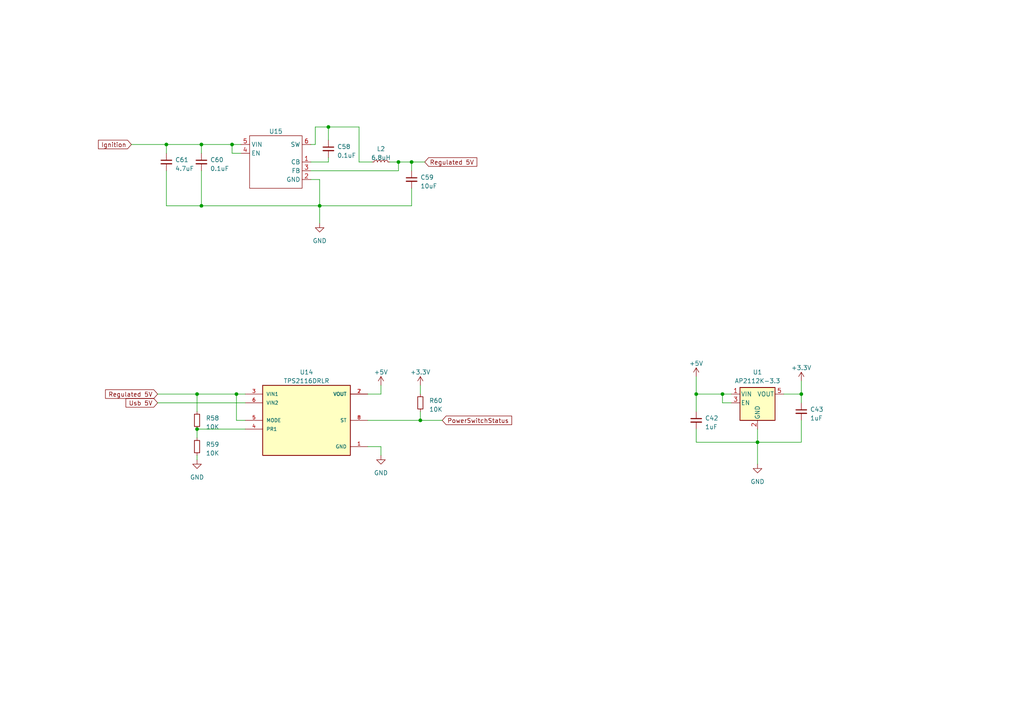
<source format=kicad_sch>
(kicad_sch (version 20230121) (generator eeschema)
  (paper "A4")
  (lib_symbols
    (symbol "Device:C_Small" (pin_numbers hide) (pin_names (offset 0.254) hide)
      (property "Reference" "C" (at 0.254 1.778 0))
      (property "Value" "C_Small" (at 0.254 -2.032 0))
      (symbol "C_Small_0_1"
        (polyline (pts (xy -1.524 -0.508) (xy 1.524 -0.508)) (stroke (width 0.3302)))
        (polyline (pts (xy -1.524 0.508) (xy 1.524 0.508)) (stroke (width 0.3048)))
      )
      (symbol "C_Small_1_1"
        (pin passive line (at 0 2.54 270) (length 2.032) (name "~") (number "1"))
        (pin passive line (at 0 -2.54 90) (length 2.032) (name "~") (number "2"))
      )
    )
    (symbol "Device:L_Small" (pin_numbers hide) (pin_names (offset 0.254) hide)
      (property "Reference" "L" (at 0.762 1.016 0))
      (property "Value" "L_Small" (at 0.762 -1.016 0))
      (symbol "L_Small_0_1"
        (arc (start 0 -2.032) (mid 0.5058 -1.524) (end 0 -1.016))
        (arc (start 0 -1.016) (mid 0.5058 -0.508) (end 0 0))
        (arc (start 0 0) (mid 0.5058 0.508) (end 0 1.016))
        (arc (start 0 1.016) (mid 0.5058 1.524) (end 0 2.032))
      )
      (symbol "L_Small_1_1"
        (pin passive line (at 0 2.54 270) (length 0.508) (name "~") (number "1"))
        (pin passive line (at 0 -2.54 90) (length 0.508) (name "~") (number "2"))
      )
    )
    (symbol "Device:R_Small" (pin_numbers hide) (pin_names (offset 0.254) hide)
      (property "Reference" "R" (at 0.762 0.508 0))
      (property "Value" "R_Small" (at 0.762 -1.016 0))
      (symbol "R_Small_0_1"
        (rectangle (start -0.762 1.778) (end 0.762 -1.778) (stroke (width 0.2032)))
      )
      (symbol "R_Small_1_1"
        (pin passive line (at 0 2.54 270) (length 0.762) (name "~") (number "1"))
        (pin passive line (at 0 -2.54 90) (length 0.762) (name "~") (number "2"))
      )
    )
    (symbol "MyLibrary:LMR50410Y5FQDBVRQ1_"
      (property "Reference" "U" (at 0 0 0))
      (symbol "LMR50410Y5FQDBVRQ1__0_1"
        (rectangle (start -7.62 6.35) (end 7.62 -8.89))
      )
      (symbol "LMR50410Y5FQDBVRQ1__1_1"
        (pin input line (at 10.16 -1.27 180) (length 2.54) (name "CB") (number "1"))
        (pin input line (at 10.16 -6.35 180) (length 2.54) (name "GND") (number "2"))
        (pin input line (at 10.16 -3.81 180) (length 2.54) (name "FB") (number "3"))
        (pin input line (at -10.16 1.27 0) (length 2.54) (name "EN") (number "4"))
        (pin input line (at -10.16 3.81 0) (length 2.54) (name "VIN") (number "5"))
        (pin input line (at 10.16 3.81 180) (length 2.54) (name "SW") (number "6"))
      )
    )
    (symbol "MyLibrary:TPS2116DRLR" (pin_names (offset 1.016))
      (property "Reference" "U" (at -12.7 11.049 0))
      (property "Value" "TPS2116DRLR" (at -12.7 -12.7 0))
      (symbol "TPS2116DRLR_0_0"
        (rectangle (start -12.7 -10.16) (end 12.7 10.16) (stroke (width 0.254)) (fill (type background)))
        (pin power_in line (at 17.78 -7.62 180) (length 5.08) (name "GND") (number "1"))
        (pin output line (at 17.78 7.62 180) (length 5.08) (name "VOUT") (number "2"))
        (pin input line (at -17.78 7.62 0) (length 5.08) (name "VIN1") (number "3"))
        (pin input line (at -17.78 -2.54 0) (length 5.08) (name "PR1") (number "4"))
        (pin input line (at -17.78 0 0) (length 5.08) (name "MODE") (number "5"))
        (pin input line (at -17.78 5.08 0) (length 5.08) (name "VIN2") (number "6"))
        (pin output line (at 17.78 7.62 180) (length 5.08) (name "VOUT") (number "7"))
        (pin output line (at 17.78 0 180) (length 5.08) (name "ST") (number "8"))
      )
    )
    (symbol "Regulator_Linear:AP2112K-3.3" (pin_names (offset 0.254))
      (property "Reference" "U" (at -5.08 5.715 0))
      (property "Value" "AP2112K-3.3" (at 0 5.715 0))
      (symbol "AP2112K-3.3_0_1"
        (rectangle (start -5.08 4.445) (end 5.08 -5.08) (stroke (width 0.254)) (fill (type background)))
      )
      (symbol "AP2112K-3.3_1_1"
        (pin power_in line (at -7.62 2.54 0) (length 2.54) (name "VIN") (number "1"))
        (pin power_in line (at 0 -7.62 90) (length 2.54) (name "GND") (number "2"))
        (pin input line (at -7.62 0 0) (length 2.54) (name "EN") (number "3"))
        (pin no_connect line (at 5.08 0 180) (length 2.54) hide (name "NC") (number "4"))
        (pin power_out line (at 7.62 2.54 180) (length 2.54) (name "VOUT") (number "5"))
      )
    )
    (symbol "power:+3.3V" (power) (pin_names (offset 0))
      (property "Value" "+3.3V" (at 0 3.556 0))
      (symbol "+3.3V_0_1"
        (polyline (pts (xy -0.762 1.27) (xy 0 2.54)))
        (polyline (pts (xy 0 0) (xy 0 2.54)))
        (polyline (pts (xy 0 2.54) (xy 0.762 1.27)))
      )
      (symbol "+3.3V_1_1"
        (pin power_in line (at 0 0 90) (length 0) hide (name "+3.3V") (number "1"))
      )
    )
    (symbol "power:+5V" (power) (pin_names (offset 0))
      (property "Value" "+5V" (at 0 3.556 0))
      (symbol "+5V_0_1"
        (polyline (pts (xy -0.762 1.27) (xy 0 2.54)))
        (polyline (pts (xy 0 0) (xy 0 2.54)))
        (polyline (pts (xy 0 2.54) (xy 0.762 1.27)))
      )
      (symbol "+5V_1_1"
        (pin power_in line (at 0 0 90) (length 0) hide (name "+5V") (number "1"))
      )
    )
    (symbol "power:GND" (power) (pin_names (offset 0))
      (property "Value" "GND" (at 0 -3.81 0))
      (symbol "GND_0_1"
        (polyline (pts (xy 0 0) (xy 0 -1.27) (xy 1.27 -1.27) (xy 0 -2.54) (xy -1.27 -1.27) (xy 0 -1.27)))
      )
      (symbol "GND_1_1"
        (pin power_in line (at 0 0 270) (length 0) hide (name "GND") (number "1"))
      )
    )
  )
  (junction (at 121.92 121.92))
  (junction (at 58.42 59.69))
  (junction (at 201.93 114.3))
  (junction (at 209.55 114.3))
  (junction (at 67.31 41.91))
  (junction (at 219.71 128.27))
  (junction (at 58.42 41.91))
  (junction (at 232.41 114.3))
  (junction (at 119.38 46.99))
  (junction (at 92.71 59.69))
  (junction (at 48.26 41.91))
  (junction (at 115.57 46.99))
  (junction (at 95.25 36.83))
  (junction (at 68.58 114.3))
  (junction (at 57.15 124.46))
  (junction (at 57.15 114.3))
  (wire (pts (xy 104.14 46.99) (xy 107.95 46.99)))
  (wire (pts (xy 57.15 114.3) (xy 57.15 119.38)))
  (wire (pts (xy 48.26 41.91) (xy 48.26 44.45)))
  (wire (pts (xy 209.55 114.3) (xy 212.09 114.3)))
  (wire (pts (xy 201.93 124.46) (xy 201.93 128.27)))
  (wire (pts (xy 58.42 41.91) (xy 67.31 41.91)))
  (wire (pts (xy 115.57 46.99) (xy 115.57 49.53)))
  (wire (pts (xy 92.71 59.69) (xy 92.71 64.77)))
  (wire (pts (xy 115.57 46.99) (xy 119.38 46.99)))
  (wire (pts (xy 58.42 41.91) (xy 58.42 44.45)))
  (wire (pts (xy 90.17 41.91) (xy 91.44 41.91)))
  (wire (pts (xy 45.72 114.3) (xy 57.15 114.3)))
  (wire (pts (xy 68.58 121.92) (xy 68.58 114.3)))
  (wire (pts (xy 67.31 44.45) (xy 67.31 41.91)))
  (wire (pts (xy 119.38 59.69) (xy 92.71 59.69)))
  (wire (pts (xy 201.93 114.3) (xy 201.93 119.38)))
  (wire (pts (xy 110.49 129.54) (xy 110.49 132.08)))
  (wire (pts (xy 121.92 119.38) (xy 121.92 121.92)))
  (wire (pts (xy 104.14 36.83) (xy 104.14 46.99)))
  (wire (pts (xy 219.71 128.27) (xy 219.71 134.62)))
  (wire (pts (xy 121.92 121.92) (xy 128.27 121.92)))
  (wire (pts (xy 91.44 41.91) (xy 91.44 36.83)))
  (wire (pts (xy 95.25 36.83) (xy 95.25 40.64)))
  (wire (pts (xy 67.31 41.91) (xy 69.85 41.91)))
  (wire (pts (xy 57.15 114.3) (xy 68.58 114.3)))
  (wire (pts (xy 57.15 124.46) (xy 71.12 124.46)))
  (wire (pts (xy 92.71 52.07) (xy 92.71 59.69)))
  (wire (pts (xy 115.57 49.53) (xy 90.17 49.53)))
  (wire (pts (xy 119.38 46.99) (xy 119.38 49.53)))
  (wire (pts (xy 95.25 36.83) (xy 104.14 36.83)))
  (wire (pts (xy 106.68 114.3) (xy 110.49 114.3)))
  (wire (pts (xy 201.93 109.22) (xy 201.93 114.3)))
  (wire (pts (xy 58.42 49.53) (xy 58.42 59.69)))
  (wire (pts (xy 232.41 114.3) (xy 232.41 110.49)))
  (wire (pts (xy 119.38 54.61) (xy 119.38 59.69)))
  (wire (pts (xy 113.03 46.99) (xy 115.57 46.99)))
  (wire (pts (xy 201.93 114.3) (xy 209.55 114.3)))
  (wire (pts (xy 38.1 41.91) (xy 48.26 41.91)))
  (wire (pts (xy 232.41 121.92) (xy 232.41 128.27)))
  (wire (pts (xy 119.38 46.99) (xy 123.19 46.99)))
  (wire (pts (xy 232.41 114.3) (xy 232.41 116.84)))
  (wire (pts (xy 57.15 132.08) (xy 57.15 133.35)))
  (wire (pts (xy 227.33 114.3) (xy 232.41 114.3)))
  (wire (pts (xy 45.72 116.84) (xy 71.12 116.84)))
  (wire (pts (xy 71.12 121.92) (xy 68.58 121.92)))
  (wire (pts (xy 121.92 111.76) (xy 121.92 114.3)))
  (wire (pts (xy 48.26 49.53) (xy 48.26 59.69)))
  (wire (pts (xy 219.71 124.46) (xy 219.71 128.27)))
  (wire (pts (xy 201.93 128.27) (xy 219.71 128.27)))
  (wire (pts (xy 106.68 121.92) (xy 121.92 121.92)))
  (wire (pts (xy 48.26 59.69) (xy 58.42 59.69)))
  (wire (pts (xy 48.26 41.91) (xy 58.42 41.91)))
  (wire (pts (xy 91.44 36.83) (xy 95.25 36.83)))
  (wire (pts (xy 90.17 46.99) (xy 95.25 46.99)))
  (wire (pts (xy 106.68 129.54) (xy 110.49 129.54)))
  (wire (pts (xy 110.49 114.3) (xy 110.49 111.76)))
  (wire (pts (xy 90.17 52.07) (xy 92.71 52.07)))
  (wire (pts (xy 209.55 116.84) (xy 209.55 114.3)))
  (wire (pts (xy 57.15 124.46) (xy 57.15 127)))
  (wire (pts (xy 68.58 114.3) (xy 71.12 114.3)))
  (wire (pts (xy 58.42 59.69) (xy 92.71 59.69)))
  (wire (pts (xy 212.09 116.84) (xy 209.55 116.84)))
  (wire (pts (xy 219.71 128.27) (xy 232.41 128.27)))
  (wire (pts (xy 95.25 46.99) (xy 95.25 45.72)))
  (wire (pts (xy 69.85 44.45) (xy 67.31 44.45)))
  (global_label "Usb 5V" (shape input) (at 45.72 116.84 180) (property "Intersheetrefs" "${INTERSHEET_REFS}" (effects hide)))
  (global_label "PowerSwitchStatus" (shape input) (at 128.27 121.92 0) (property "Intersheetrefs" "${INTERSHEET_REFS}" (effects hide)))
  (global_label "Ignition" (shape input) (at 38.1 41.91 180) (property "Intersheetrefs" "${INTERSHEET_REFS}" (effects hide)))
  (global_label "Regulated 5V" (shape input) (at 45.72 114.3 180) (property "Intersheetrefs" "${INTERSHEET_REFS}" (effects hide)))
  (global_label "Regulated 5V" (shape input) (at 123.19 46.99 0) (property "Intersheetrefs" "${INTERSHEET_REFS}" (effects hide)))
  (symbol (lib_id "MyLibrary:TPS2116DRLR") (at 88.9 121.92 0) (unit 1)
    (property "Reference" "U14" (at 88.9 107.95 0))
    (property "Value" "TPS2116DRLR" (at 88.9 110.49 0))
    (property "Footprint" "MyKiCadLibraries:SOTFL50P160X60-8N" (effects hide))
    (property "PARTREV" "A" (effects hide))
    (property "STANDARD" "IPC 7351B" (effects hide))
    (property "MAXIMUM_PACKAGE_HEIGHT" "0.6 mm" (effects hide))
    (property "MANUFACTURER" "Texas Instruments" (effects hide))
    (instances (project "Power Module Rev 5" (path "" (reference "U14") (unit 1))) (project "Brytec_InputModuleRev2" (path "" (reference "U7") (unit 1))))
  )
  (symbol (lib_id "Device:C_Small") (at 201.93 121.92 0) (unit 1)
    (property "Reference" "C42" (at 204.47 121.2913 0) (effects (justify left)))
    (property "Value" "1uF" (at 204.47 123.8313 0) (effects (justify left)))
    (property "Footprint" "Capacitor_SMD:C_0603_1608Metric_Pad1.08x0.95mm_HandSolder" (effects hide))
    (instances (project "Power Module Rev 5" (path "" (reference "C42") (unit 1))) (project "Brytec_InputModuleRev2" (path "" (reference "C41") (unit 1))))
  )
  (symbol (lib_id "Device:L_Small") (at 110.49 46.99 90) (unit 1)
    (property "Reference" "L2" (at 110.49 43.18 90))
    (property "Value" "6.8uH" (at 110.49 45.72 90))
    (property "Footprint" "Inductor_SMD_Wurth:L_Wurth_WE-LQSH-4020" (effects hide))
    (instances (project "Power Module Rev 5" (path "" (reference "L2") (unit 1))) (project "Brytec_InputModuleRev2" (path "" (reference "L1") (unit 1))))
  )
  (symbol (lib_id "power:+3.3V") (at 232.41 110.49 0) (unit 1)
    (property "Reference" "#PWR039" (effects hide))
    (property "Value" "+3.3V" (at 232.41 106.68 0))
    (instances (project "Power Module Rev 5" (path "" (reference "#PWR039") (unit 1)) (path "" (reference "#PWR065") (unit 1))) (project "Brytec_InputModuleRev2" (path "" (reference "#PWR054") (unit 1))))
  )
  (symbol (lib_id "Regulator_Linear:AP2112K-3.3") (at 219.71 116.84 0) (unit 1)
    (property "Reference" "U1" (at 219.71 107.95 0))
    (property "Value" "AP2112K-3.3" (at 219.71 110.49 0))
    (property "Footprint" "Package_TO_SOT_SMD:SOT-23-5" (effects hide))
    (property "Datasheet" "https://www.diodes.com/assets/Datasheets/AP2112.pdf" (effects hide))
    (instances (project "Power Module Rev 5" (path "" (reference "U1") (unit 1))) (project "Brytec_InputModuleRev2" (path "" (reference "U8") (unit 1))))
  )
  (symbol (lib_id "Device:C_Small") (at 48.26 46.99 0) (unit 1)
    (property "Reference" "C61" (at 50.8 46.3613 0) (effects (justify left)))
    (property "Value" "4.7uF" (at 50.8 48.9013 0) (effects (justify left)))
    (property "Footprint" "Capacitor_SMD:C_0805_2012Metric_Pad1.18x1.45mm_HandSolder" (effects hide))
    (instances (project "Power Module Rev 5" (path "" (reference "C61") (unit 1))) (project "Brytec_InputModuleRev2" (path "" (reference "C37") (unit 1))))
  )
  (symbol (lib_id "Device:C_Small") (at 58.42 46.99 0) (unit 1)
    (property "Reference" "C60" (at 60.96 46.3613 0) (effects (justify left)))
    (property "Value" "0.1uF" (at 60.96 48.9013 0) (effects (justify left)))
    (property "Footprint" "Capacitor_SMD:C_0805_2012Metric_Pad1.18x1.45mm_HandSolder" (effects hide))
    (instances (project "Power Module Rev 5" (path "" (reference "C60") (unit 1))) (project "Brytec_InputModuleRev2" (path "" (reference "C38") (unit 1))))
  )
  (symbol (lib_id "power:GND") (at 219.71 134.62 0) (unit 1)
    (property "Reference" "#PWR044" (effects hide))
    (property "Value" "GND" (at 219.71 139.7 0))
    (instances (project "Power Module Rev 5" (path "" (reference "#PWR044") (unit 1)) (path "" (reference "#PWR066") (unit 1))) (project "Brytec_InputModuleRev2" (path "" (reference "#PWR053") (unit 1))))
  )
  (symbol (lib_id "Device:R_Small") (at 57.15 121.92 0) (unit 1)
    (property "Reference" "R58" (at 59.69 121.285 0) (effects (justify left)))
    (property "Value" "10K" (at 59.69 123.825 0) (effects (justify left)))
    (property "Footprint" "Resistor_SMD:R_0603_1608Metric_Pad0.98x0.95mm_HandSolder" (effects hide))
    (instances (project "Power Module Rev 5" (path "" (reference "R58") (unit 1))) (project "Brytec_InputModuleRev2" (path "" (reference "R15") (unit 1))))
  )
  (symbol (lib_id "MyLibrary:LMR50410Y5FQDBVRQ1_") (at 80.01 45.72 0) (unit 1)
    (property "Reference" "U15" (at 80.01 38.1 0))
    (property "Value" "LMR50410Y5FQDBVRQ1" (effects hide))
    (property "Footprint" "Package_TO_SOT_SMD:SOT-23-6_Handsoldering" (effects hide))
    (instances (project "Power Module Rev 5" (path "" (reference "U15") (unit 1))) (project "Brytec_InputModuleRev2" (path "" (reference "U6") (unit 1))))
  )
  (symbol (lib_id "Device:C_Small") (at 232.41 119.38 0) (unit 1)
    (property "Reference" "C43" (at 234.95 118.7513 0) (effects (justify left)))
    (property "Value" "1uF" (at 234.95 121.2913 0) (effects (justify left)))
    (property "Footprint" "Capacitor_SMD:C_0603_1608Metric_Pad1.08x0.95mm_HandSolder" (effects hide))
    (instances (project "Power Module Rev 5" (path "" (reference "C43") (unit 1))) (project "Brytec_InputModuleRev2" (path "" (reference "C42") (unit 1))))
  )
  (symbol (lib_id "Device:R_Small") (at 57.15 129.54 0) (unit 1)
    (property "Reference" "R59" (at 59.69 128.905 0) (effects (justify left)))
    (property "Value" "10K" (at 59.69 131.445 0) (effects (justify left)))
    (property "Footprint" "Resistor_SMD:R_0603_1608Metric_Pad0.98x0.95mm_HandSolder" (effects hide))
    (instances (project "Power Module Rev 5" (path "" (reference "R59") (unit 1))) (project "Brytec_InputModuleRev2" (path "" (reference "R16") (unit 1))))
  )
  (symbol (lib_id "Device:C_Small") (at 119.38 52.07 0) (unit 1)
    (property "Reference" "C59" (at 121.92 51.4413 0) (effects (justify left)))
    (property "Value" "10uF" (at 121.92 53.9813 0) (effects (justify left)))
    (property "Footprint" "Capacitor_SMD:C_0805_2012Metric_Pad1.18x1.45mm_HandSolder" (effects hide))
    (instances (project "Power Module Rev 5" (path "" (reference "C59") (unit 1))) (project "Brytec_InputModuleRev2" (path "" (reference "C40") (unit 1))))
  )
  (symbol (lib_id "Device:R_Small") (at 121.92 116.84 0) (unit 1)
    (property "Reference" "R60" (at 124.46 116.205 0) (effects (justify left)))
    (property "Value" "10K" (at 124.46 118.745 0) (effects (justify left)))
    (property "Footprint" "Resistor_SMD:R_0603_1608Metric_Pad0.98x0.95mm_HandSolder" (effects hide))
    (instances (project "Power Module Rev 5" (path "" (reference "R60") (unit 1))) (project "Brytec_InputModuleRev2" (path "" (reference "R17") (unit 1))))
  )
  (symbol (lib_id "power:GND") (at 57.15 133.35 0) (unit 1)
    (property "Reference" "#PWR044" (effects hide))
    (property "Value" "GND" (at 57.15 138.43 0))
    (instances (project "Power Module Rev 5" (path "" (reference "#PWR044") (unit 1)) (path "" (reference "#PWR062") (unit 1))) (project "Brytec_InputModuleRev2" (path "" (reference "#PWR047") (unit 1))))
  )
  (symbol (lib_id "power:+5V") (at 110.49 111.76 0) (unit 1)
    (property "Reference" "#PWR017" (effects hide))
    (property "Value" "+5V" (at 110.49 107.95 0))
    (instances (project "Power Module Rev 5" (path "" (reference "#PWR017") (unit 1)) (path "" (reference "#PWR060") (unit 1))) (project "Brytec_InputModuleRev2" (path "" (reference "#PWR049") (unit 1))))
  )
  (symbol (lib_id "power:+5V") (at 201.93 109.22 0) (unit 1)
    (property "Reference" "#PWR017" (effects hide))
    (property "Value" "+5V" (at 201.93 105.41 0))
    (instances (project "Power Module Rev 5" (path "" (reference "#PWR017") (unit 1)) (path "" (reference "#PWR064") (unit 1))) (project "Brytec_InputModuleRev2" (path "" (reference "#PWR052") (unit 1))))
  )
  (symbol (lib_id "Device:C_Small") (at 95.25 43.18 0) (unit 1)
    (property "Reference" "C58" (at 97.79 42.5513 0) (effects (justify left)))
    (property "Value" "0.1uF" (at 97.79 45.0913 0) (effects (justify left)))
    (property "Footprint" "Capacitor_SMD:C_0603_1608Metric_Pad1.08x0.95mm_HandSolder" (effects hide))
    (instances (project "Power Module Rev 5" (path "" (reference "C58") (unit 1))) (project "Brytec_InputModuleRev2" (path "" (reference "C39") (unit 1))))
  )
  (symbol (lib_id "power:GND") (at 92.71 64.77 0) (unit 1)
    (property "Reference" "#PWR044" (effects hide))
    (property "Value" "GND" (at 92.71 69.85 0))
    (instances (project "Power Module Rev 5" (path "" (reference "#PWR044") (unit 1)) (path "" (reference "#PWR094") (unit 1))) (project "Brytec_InputModuleRev2" (path "" (reference "#PWR048") (unit 1))))
  )
  (symbol (lib_id "power:GND") (at 110.49 132.08 0) (unit 1)
    (property "Reference" "#PWR044" (effects hide))
    (property "Value" "GND" (at 110.49 137.16 0))
    (instances (project "Power Module Rev 5" (path "" (reference "#PWR044") (unit 1)) (path "" (reference "#PWR061") (unit 1))) (project "Brytec_InputModuleRev2" (path "" (reference "#PWR050") (unit 1))))
  )
  (symbol (lib_id "power:+3.3V") (at 121.92 111.76 0) (unit 1)
    (property "Reference" "#PWR039" (effects hide))
    (property "Value" "+3.3V" (at 121.92 107.95 0))
    (instances (project "Power Module Rev 5" (path "" (reference "#PWR039") (unit 1)) (path "" (reference "#PWR063") (unit 1))) (project "Brytec_InputModuleRev2" (path "" (reference "#PWR051") (unit 1))))
  )
)
</source>
